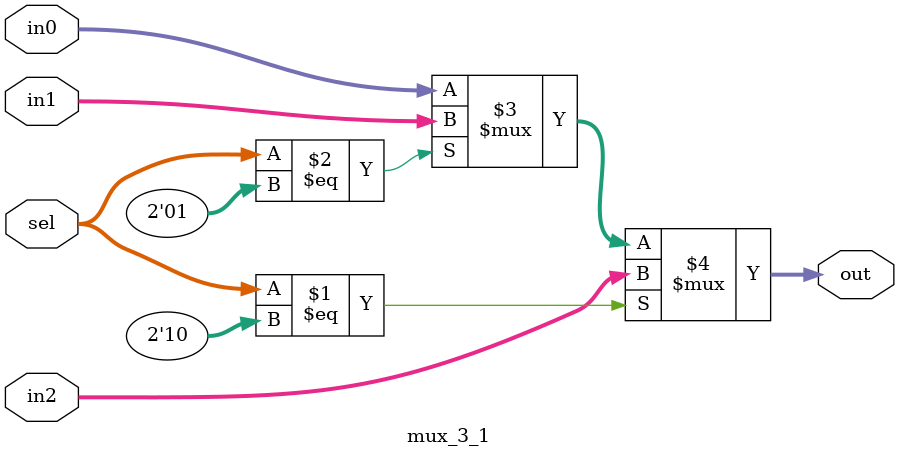
<source format=v>
module mux_3_1 (in0,in1,in2,sel,out);
parameter n = 32;

input [n-1:0] in0,in1,in2;
input [1:0] sel;

output [n-1:0] out;

assign out = (sel==2'b10)?in2:(sel==2'b01)?in1:in0;
    
endmodule
</source>
